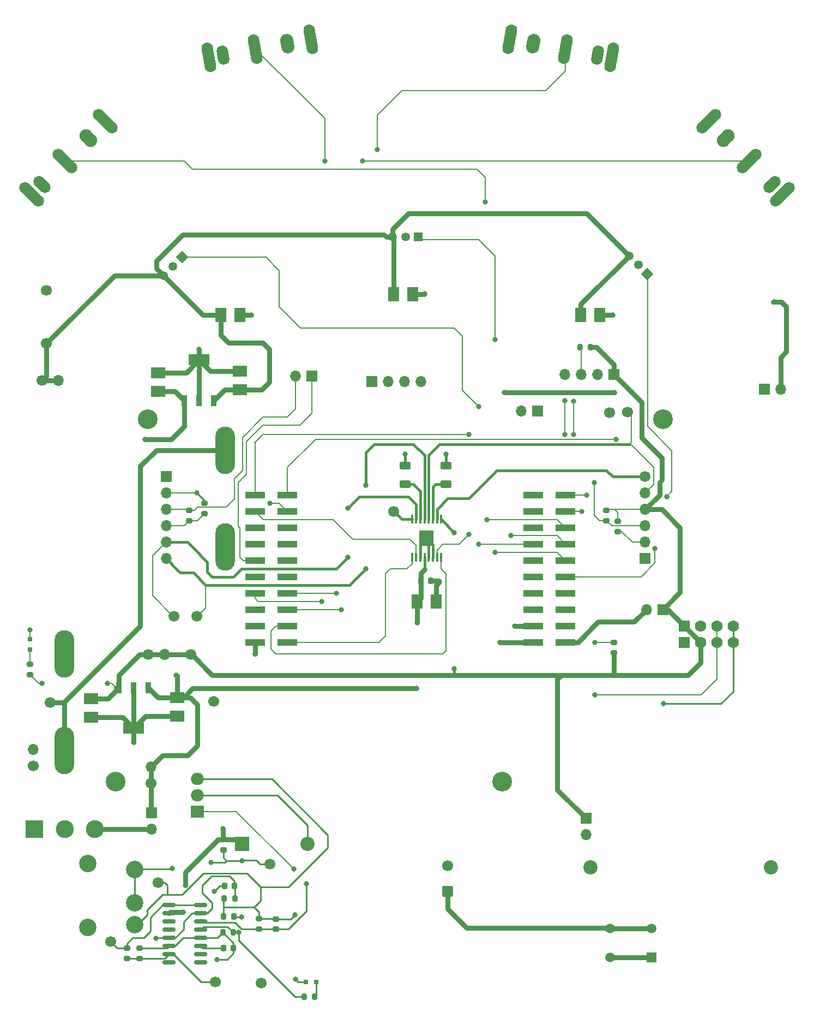
<source format=gtl>
G04 #@! TF.GenerationSoftware,KiCad,Pcbnew,8.0.7*
G04 #@! TF.CreationDate,2025-11-10T23:17:30-05:00*
G04 #@! TF.ProjectId,MotorBoardv3_2,4d6f746f-7242-46f6-9172-6476335f322e,V2.0.2b*
G04 #@! TF.SameCoordinates,Original*
G04 #@! TF.FileFunction,Copper,L1,Top*
G04 #@! TF.FilePolarity,Positive*
%FSLAX46Y46*%
G04 Gerber Fmt 4.6, Leading zero omitted, Abs format (unit mm)*
G04 Created by KiCad (PCBNEW 8.0.7) date 2025-11-10 23:17:30*
%MOMM*%
%LPD*%
G01*
G04 APERTURE LIST*
G04 Aperture macros list*
%AMRoundRect*
0 Rectangle with rounded corners*
0 $1 Rounding radius*
0 $2 $3 $4 $5 $6 $7 $8 $9 X,Y pos of 4 corners*
0 Add a 4 corners polygon primitive as box body*
4,1,4,$2,$3,$4,$5,$6,$7,$8,$9,$2,$3,0*
0 Add four circle primitives for the rounded corners*
1,1,$1+$1,$2,$3*
1,1,$1+$1,$4,$5*
1,1,$1+$1,$6,$7*
1,1,$1+$1,$8,$9*
0 Add four rect primitives between the rounded corners*
20,1,$1+$1,$2,$3,$4,$5,0*
20,1,$1+$1,$4,$5,$6,$7,0*
20,1,$1+$1,$6,$7,$8,$9,0*
20,1,$1+$1,$8,$9,$2,$3,0*%
%AMHorizOval*
0 Thick line with rounded ends*
0 $1 width*
0 $2 $3 position (X,Y) of the first rounded end (center of the circle)*
0 $4 $5 position (X,Y) of the second rounded end (center of the circle)*
0 Add line between two ends*
20,1,$1,$2,$3,$4,$5,0*
0 Add two circle primitives to create the rounded ends*
1,1,$1,$2,$3*
1,1,$1,$4,$5*%
%AMRotRect*
0 Rectangle, with rotation*
0 The origin of the aperture is its center*
0 $1 length*
0 $2 width*
0 $3 Rotation angle, in degrees counterclockwise*
0 Add horizontal line*
21,1,$1,$2,0,0,$3*%
G04 Aperture macros list end*
G04 #@! TA.AperFunction,SMDPad,CuDef*
%ADD10R,0.800000X0.800000*%
G04 #@! TD*
G04 #@! TA.AperFunction,ComponentPad*
%ADD11C,1.700000*%
G04 #@! TD*
G04 #@! TA.AperFunction,ComponentPad*
%ADD12R,1.700000X1.700000*%
G04 #@! TD*
G04 #@! TA.AperFunction,ComponentPad*
%ADD13O,1.700000X1.700000*%
G04 #@! TD*
G04 #@! TA.AperFunction,ComponentPad*
%ADD14HorizOval,2.032000X0.088213X-0.500282X-0.088213X0.500282X0*%
G04 #@! TD*
G04 #@! TA.AperFunction,ComponentPad*
%ADD15HorizOval,1.778000X0.110267X-0.625353X-0.110267X0.625353X0*%
G04 #@! TD*
G04 #@! TA.AperFunction,ComponentPad*
%ADD16HorizOval,1.778000X0.253613X-1.438312X-0.253613X1.438312X0*%
G04 #@! TD*
G04 #@! TA.AperFunction,SMDPad,CuDef*
%ADD17RoundRect,0.200000X-0.200000X-0.275000X0.200000X-0.275000X0.200000X0.275000X-0.200000X0.275000X0*%
G04 #@! TD*
G04 #@! TA.AperFunction,SMDPad,CuDef*
%ADD18RoundRect,0.225000X-0.225000X-0.250000X0.225000X-0.250000X0.225000X0.250000X-0.225000X0.250000X0*%
G04 #@! TD*
G04 #@! TA.AperFunction,SMDPad,CuDef*
%ADD19RoundRect,0.200000X0.200000X0.275000X-0.200000X0.275000X-0.200000X-0.275000X0.200000X-0.275000X0*%
G04 #@! TD*
G04 #@! TA.AperFunction,SMDPad,CuDef*
%ADD20RoundRect,0.200000X0.275000X-0.200000X0.275000X0.200000X-0.275000X0.200000X-0.275000X-0.200000X0*%
G04 #@! TD*
G04 #@! TA.AperFunction,ComponentPad*
%ADD21RoundRect,0.250000X0.600000X-0.600000X0.600000X0.600000X-0.600000X0.600000X-0.600000X-0.600000X0*%
G04 #@! TD*
G04 #@! TA.AperFunction,SMDPad,CuDef*
%ADD22R,2.300000X1.800000*%
G04 #@! TD*
G04 #@! TA.AperFunction,SMDPad,CuDef*
%ADD23RoundRect,0.225000X-0.250000X0.225000X-0.250000X-0.225000X0.250000X-0.225000X0.250000X0.225000X0*%
G04 #@! TD*
G04 #@! TA.AperFunction,ComponentPad*
%ADD24R,2.200000X2.200000*%
G04 #@! TD*
G04 #@! TA.AperFunction,ComponentPad*
%ADD25O,2.200000X2.200000*%
G04 #@! TD*
G04 #@! TA.AperFunction,SMDPad,CuDef*
%ADD26RoundRect,0.225000X0.225000X0.250000X-0.225000X0.250000X-0.225000X-0.250000X0.225000X-0.250000X0*%
G04 #@! TD*
G04 #@! TA.AperFunction,ComponentPad*
%ADD27RotRect,1.350000X1.350000X135.000000*%
G04 #@! TD*
G04 #@! TA.AperFunction,ComponentPad*
%ADD28C,1.350000*%
G04 #@! TD*
G04 #@! TA.AperFunction,SMDPad,CuDef*
%ADD29R,1.800000X2.300000*%
G04 #@! TD*
G04 #@! TA.AperFunction,ComponentPad*
%ADD30R,2.000000X1.905000*%
G04 #@! TD*
G04 #@! TA.AperFunction,ComponentPad*
%ADD31O,2.000000X1.905000*%
G04 #@! TD*
G04 #@! TA.AperFunction,ComponentPad*
%ADD32R,2.775000X2.775000*%
G04 #@! TD*
G04 #@! TA.AperFunction,ComponentPad*
%ADD33C,2.775000*%
G04 #@! TD*
G04 #@! TA.AperFunction,SMDPad,CuDef*
%ADD34RoundRect,0.200000X-0.275000X0.200000X-0.275000X-0.200000X0.275000X-0.200000X0.275000X0.200000X0*%
G04 #@! TD*
G04 #@! TA.AperFunction,ComponentPad*
%ADD35RotRect,1.350000X1.350000X225.000000*%
G04 #@! TD*
G04 #@! TA.AperFunction,ComponentPad*
%ADD36HorizOval,2.032000X0.359210X-0.359210X-0.359210X0.359210X0*%
G04 #@! TD*
G04 #@! TA.AperFunction,ComponentPad*
%ADD37HorizOval,1.778000X0.449013X-0.449013X-0.449013X0.449013X0*%
G04 #@! TD*
G04 #@! TA.AperFunction,ComponentPad*
%ADD38HorizOval,1.778000X1.032729X-1.032729X-1.032729X1.032729X0*%
G04 #@! TD*
G04 #@! TA.AperFunction,SMDPad,CuDef*
%ADD39R,3.150000X1.000000*%
G04 #@! TD*
G04 #@! TA.AperFunction,SMDPad,CuDef*
%ADD40R,0.450000X1.475000*%
G04 #@! TD*
G04 #@! TA.AperFunction,SMDPad,CuDef*
%ADD41R,2.310000X2.460000*%
G04 #@! TD*
G04 #@! TA.AperFunction,SMDPad,CuDef*
%ADD42RoundRect,0.150000X-0.825000X-0.150000X0.825000X-0.150000X0.825000X0.150000X-0.825000X0.150000X0*%
G04 #@! TD*
G04 #@! TA.AperFunction,ComponentPad*
%ADD43C,2.700000*%
G04 #@! TD*
G04 #@! TA.AperFunction,ComponentPad*
%ADD44C,3.048000*%
G04 #@! TD*
G04 #@! TA.AperFunction,ComponentPad*
%ADD45O,3.048000X7.366000*%
G04 #@! TD*
G04 #@! TA.AperFunction,ComponentPad*
%ADD46R,1.350000X1.350000*%
G04 #@! TD*
G04 #@! TA.AperFunction,SMDPad,CuDef*
%ADD47RoundRect,0.250000X0.625000X-0.312500X0.625000X0.312500X-0.625000X0.312500X-0.625000X-0.312500X0*%
G04 #@! TD*
G04 #@! TA.AperFunction,ComponentPad*
%ADD48R,1.778000X1.778000*%
G04 #@! TD*
G04 #@! TA.AperFunction,ComponentPad*
%ADD49C,1.778000*%
G04 #@! TD*
G04 #@! TA.AperFunction,ComponentPad*
%ADD50R,1.508000X1.508000*%
G04 #@! TD*
G04 #@! TA.AperFunction,ComponentPad*
%ADD51C,1.508000*%
G04 #@! TD*
G04 #@! TA.AperFunction,SMDPad,CuDef*
%ADD52R,0.950000X1.750000*%
G04 #@! TD*
G04 #@! TA.AperFunction,SMDPad,CuDef*
%ADD53R,3.200000X1.750000*%
G04 #@! TD*
G04 #@! TA.AperFunction,WasherPad*
%ADD54C,2.200000*%
G04 #@! TD*
G04 #@! TA.AperFunction,ComponentPad*
%ADD55HorizOval,2.032000X-0.359210X-0.359210X0.359210X0.359210X0*%
G04 #@! TD*
G04 #@! TA.AperFunction,ComponentPad*
%ADD56HorizOval,1.778000X-0.449013X-0.449013X0.449013X0.449013X0*%
G04 #@! TD*
G04 #@! TA.AperFunction,ComponentPad*
%ADD57HorizOval,1.778000X-1.032729X-1.032729X1.032729X1.032729X0*%
G04 #@! TD*
G04 #@! TA.AperFunction,ComponentPad*
%ADD58HorizOval,2.032000X-0.088213X-0.500282X0.088213X0.500282X0*%
G04 #@! TD*
G04 #@! TA.AperFunction,ComponentPad*
%ADD59HorizOval,1.778000X-0.110267X-0.625353X0.110267X0.625353X0*%
G04 #@! TD*
G04 #@! TA.AperFunction,ComponentPad*
%ADD60HorizOval,1.778000X-0.253613X-1.438312X0.253613X1.438312X0*%
G04 #@! TD*
G04 #@! TA.AperFunction,ViaPad*
%ADD61C,0.800000*%
G04 #@! TD*
G04 #@! TA.AperFunction,ViaPad*
%ADD62C,1.270000*%
G04 #@! TD*
G04 #@! TA.AperFunction,Conductor*
%ADD63C,0.250000*%
G04 #@! TD*
G04 #@! TA.AperFunction,Conductor*
%ADD64C,0.750000*%
G04 #@! TD*
G04 #@! TA.AperFunction,Conductor*
%ADD65C,0.400000*%
G04 #@! TD*
G04 #@! TA.AperFunction,Conductor*
%ADD66C,0.200000*%
G04 #@! TD*
G04 #@! TA.AperFunction,Conductor*
%ADD67C,0.150000*%
G04 #@! TD*
G04 #@! TA.AperFunction,Conductor*
%ADD68C,0.127000*%
G04 #@! TD*
G04 #@! TA.AperFunction,Conductor*
%ADD69C,0.450000*%
G04 #@! TD*
G04 #@! TA.AperFunction,Conductor*
%ADD70C,0.800000*%
G04 #@! TD*
G04 APERTURE END LIST*
D10*
X50165000Y-120142000D03*
X50165000Y-121792000D03*
D11*
X72517000Y-116586000D03*
D12*
X69088000Y-147066000D03*
D13*
X69088000Y-149606000D03*
D14*
X90131412Y-27752934D03*
D15*
X80125765Y-29517199D03*
D16*
X85128588Y-28635066D03*
X93794899Y-27106962D03*
X77939492Y-29902698D03*
D17*
X80315000Y-160360000D03*
X81965000Y-160360000D03*
D18*
X80230000Y-168090000D03*
X81780000Y-168090000D03*
D19*
X137212000Y-74830000D03*
X135562000Y-74830000D03*
D20*
X67210000Y-169685000D03*
X67210000Y-168035000D03*
D11*
X78740000Y-129794000D03*
D21*
X115035000Y-159260000D03*
D11*
X115035000Y-155260000D03*
D22*
X73025000Y-129180000D03*
X73025000Y-132080000D03*
D23*
X88334500Y-163570000D03*
X88334500Y-165120000D03*
D24*
X83075000Y-151920000D03*
D25*
X93235000Y-151920000D03*
D26*
X81905000Y-158440000D03*
X80355000Y-158440000D03*
D27*
X146050000Y-63500000D03*
D28*
X144635786Y-62085786D03*
X143221573Y-60671573D03*
D29*
X135710000Y-69850000D03*
X138610000Y-69850000D03*
D11*
X68961000Y-142499000D03*
D13*
X68961000Y-139959000D03*
D11*
X106680000Y-100330000D03*
D29*
X79830000Y-69850000D03*
X82730000Y-69850000D03*
D30*
X76182000Y-146870000D03*
D31*
X76182000Y-144330000D03*
X76182000Y-141790000D03*
D11*
X143006000Y-84914000D03*
D32*
X50863500Y-149606000D03*
D33*
X55563500Y-149606000D03*
X60263500Y-149606000D03*
D34*
X139700000Y-100140000D03*
X139700000Y-101790000D03*
D18*
X80265000Y-163120000D03*
X81815000Y-163120000D03*
D11*
X52705000Y-66040000D03*
X140187000Y-84980000D03*
D22*
X70104000Y-81714000D03*
X70104000Y-78814000D03*
D18*
X110845000Y-111125000D03*
X112395000Y-111125000D03*
D12*
X93980000Y-79375000D03*
D13*
X91440000Y-79375000D03*
D35*
X73768949Y-60914872D03*
D28*
X72354735Y-62329086D03*
X70940522Y-63743299D03*
D11*
X52705000Y-74295000D03*
D36*
X59200051Y-42399949D03*
D37*
X52015846Y-49584154D03*
D38*
X55607949Y-45992051D03*
X61830488Y-39769512D03*
X50446069Y-51153931D03*
D12*
X140827000Y-79060000D03*
D13*
X138287000Y-79060000D03*
X135747000Y-79060000D03*
X133207000Y-79060000D03*
D39*
X90170000Y-120650000D03*
X85120000Y-120650000D03*
X90170000Y-118110000D03*
X85120000Y-118110000D03*
X90170000Y-115570000D03*
X85120000Y-115570000D03*
X90170000Y-113030000D03*
X85120000Y-113030000D03*
X90170000Y-110490000D03*
X85120000Y-110490000D03*
X90170000Y-107950000D03*
X85120000Y-107950000D03*
X90170000Y-105410000D03*
X85120000Y-105410000D03*
X90170000Y-102870000D03*
X85120000Y-102870000D03*
X90170000Y-100330000D03*
X85120000Y-100330000D03*
X90170000Y-97790000D03*
X85120000Y-97790000D03*
D40*
X114035000Y-101557000D03*
X113385000Y-101557000D03*
X112735000Y-101557000D03*
X112085000Y-101557000D03*
X111435000Y-101557000D03*
X110785000Y-101557000D03*
X110135000Y-101557000D03*
X109485000Y-101557000D03*
X109485000Y-107433000D03*
X110135000Y-107433000D03*
X110785000Y-107433000D03*
X111435000Y-107433000D03*
X112085000Y-107433000D03*
X112735000Y-107433000D03*
X113385000Y-107433000D03*
X114035000Y-107433000D03*
D41*
X111760000Y-104495000D03*
D22*
X59690000Y-129360000D03*
X59690000Y-132260000D03*
D34*
X77227000Y-99035000D03*
X77227000Y-100685000D03*
D42*
X71735000Y-161415000D03*
X71735000Y-162685000D03*
X71735000Y-163955000D03*
X71735000Y-165225000D03*
X71735000Y-166495000D03*
X71735000Y-167765000D03*
X71735000Y-169035000D03*
X71735000Y-170305000D03*
X76685000Y-170305000D03*
X76685000Y-169035000D03*
X76685000Y-167765000D03*
X76685000Y-166495000D03*
X76685000Y-165225000D03*
X76685000Y-163955000D03*
X76685000Y-162685000D03*
X76685000Y-161415000D03*
D43*
X66437000Y-164470000D03*
X66437000Y-155870000D03*
X66437000Y-161070000D03*
X59137000Y-154970000D03*
X59137000Y-164870000D03*
D39*
X133350000Y-120650000D03*
X128300000Y-120650000D03*
X133350000Y-118110000D03*
X128300000Y-118110000D03*
X133350000Y-115570000D03*
X128300000Y-115570000D03*
X133350000Y-113030000D03*
X128300000Y-113030000D03*
X133350000Y-110490000D03*
X128300000Y-110490000D03*
X133350000Y-107950000D03*
X128300000Y-107950000D03*
X133350000Y-105410000D03*
X128300000Y-105410000D03*
X133350000Y-102870000D03*
X128300000Y-102870000D03*
X133350000Y-100330000D03*
X128300000Y-100330000D03*
X133350000Y-97790000D03*
X128300000Y-97790000D03*
D17*
X80110000Y-165650000D03*
X81760000Y-165650000D03*
D10*
X94662000Y-173294000D03*
X93012000Y-173294000D03*
D34*
X50165000Y-124016000D03*
X50165000Y-125666000D03*
D29*
X110310000Y-114300000D03*
X113210000Y-114300000D03*
D12*
X148463000Y-115570000D03*
D13*
X145923000Y-115570000D03*
D11*
X70057000Y-157920000D03*
X68580000Y-122555000D03*
D13*
X71120000Y-122555000D03*
D12*
X136525000Y-147955000D03*
D13*
X136525000Y-150495000D03*
D44*
X63500000Y-142250000D03*
X123500000Y-142250000D03*
X148500000Y-86050000D03*
X68500000Y-86050000D03*
D45*
X55500000Y-137450000D03*
X55500000Y-122450000D03*
X80500000Y-105850000D03*
X80500000Y-90850000D03*
D12*
X71297800Y-94950000D03*
D13*
X71297800Y-97490000D03*
X71297800Y-100030000D03*
X71297800Y-102570000D03*
X71297800Y-105110000D03*
X71297800Y-107650000D03*
D12*
X145702200Y-107650000D03*
D13*
X145702200Y-105110000D03*
X145702200Y-102570000D03*
X145702200Y-100030000D03*
X145702200Y-97490000D03*
D11*
X145702200Y-94950000D03*
D34*
X141427000Y-101835000D03*
X141427000Y-103485000D03*
D11*
X78987000Y-173320000D03*
X86087000Y-173460000D03*
D23*
X80190000Y-151245000D03*
X80190000Y-152795000D03*
D20*
X140843000Y-122300000D03*
X140843000Y-120650000D03*
D34*
X85749500Y-163460000D03*
X85749500Y-165110000D03*
D46*
X110490000Y-57785000D03*
D28*
X108490000Y-57785000D03*
X106490000Y-57785000D03*
D11*
X87427000Y-155030000D03*
D47*
X114808000Y-96143000D03*
X114808000Y-93218000D03*
D12*
X103227000Y-80160000D03*
D13*
X105767000Y-80160000D03*
X108307000Y-80160000D03*
X110847000Y-80160000D03*
D48*
X151765000Y-120650000D03*
D49*
X154305000Y-120650000D03*
X156845000Y-120650000D03*
X159385000Y-120650000D03*
D48*
X151765000Y-118110000D03*
D49*
X154305000Y-118110000D03*
X156845000Y-118110000D03*
X159385000Y-118110000D03*
D50*
X146727000Y-169550000D03*
D51*
X140227000Y-169550000D03*
X146727000Y-165050000D03*
X140227000Y-165050000D03*
D11*
X76073000Y-116586000D03*
D12*
X164211000Y-81407000D03*
D13*
X166751000Y-81407000D03*
D52*
X74140000Y-83135000D03*
X76440000Y-83135000D03*
X78740000Y-83135000D03*
D53*
X76440000Y-76835000D03*
D34*
X74930000Y-100140000D03*
X74930000Y-101790000D03*
D47*
X108458000Y-96143000D03*
X108458000Y-93218000D03*
D29*
X106680000Y-66675000D03*
X109580000Y-66675000D03*
D22*
X82804000Y-81460000D03*
X82804000Y-78560000D03*
D11*
X53340000Y-129940000D03*
D34*
X65210000Y-168035000D03*
X65210000Y-169685000D03*
D54*
X137207000Y-155560000D03*
X165207000Y-155560000D03*
D52*
X68580000Y-127660000D03*
X66280000Y-127660000D03*
X63980000Y-127660000D03*
D53*
X66280000Y-133960000D03*
D11*
X50673000Y-139827000D03*
D13*
X50673000Y-137287000D03*
D19*
X94408000Y-175580000D03*
X92758000Y-175580000D03*
D12*
X129032000Y-84770000D03*
D13*
X126492000Y-84770000D03*
D11*
X62707000Y-167030000D03*
X75184000Y-122555000D03*
X52070000Y-80010000D03*
D13*
X54610000Y-80010000D03*
D55*
X158223949Y-42399949D03*
D56*
X165408154Y-49584154D03*
D57*
X161816051Y-45992051D03*
X155593512Y-39769512D03*
X166977931Y-51153931D03*
D58*
X128333988Y-27752934D03*
D59*
X138339635Y-29517199D03*
D60*
X133336812Y-28635066D03*
X124670501Y-27106962D03*
X140525908Y-29902698D03*
D61*
X50165000Y-118745000D03*
X114808000Y-91440000D03*
X84582000Y-69850000D03*
X76440000Y-75198000D03*
X140716000Y-69850000D03*
X113792000Y-111252000D03*
X78760000Y-159300000D03*
X125476000Y-118110000D03*
D62*
X111760000Y-104495000D03*
D61*
X111506000Y-66548000D03*
X66294000Y-136144000D03*
X79180000Y-169850000D03*
X85120000Y-122398000D03*
X108458000Y-91440000D03*
X116078000Y-103600000D03*
X62230000Y-127000000D03*
X52070000Y-127000000D03*
X116078000Y-124714000D03*
X124887000Y-104100000D03*
X95504000Y-114300000D03*
X96012000Y-45974000D03*
X141177000Y-89130000D03*
X149027000Y-98060000D03*
X147227000Y-106060000D03*
X122428000Y-73660000D03*
X122428000Y-106680000D03*
X120904000Y-52324000D03*
X121158000Y-101600000D03*
X133247000Y-83150000D03*
X133267000Y-88410000D03*
X135890000Y-100330000D03*
X137922000Y-128778000D03*
X137922000Y-120650000D03*
X136652000Y-97790000D03*
X134617000Y-83200000D03*
X134597000Y-88390000D03*
X148590000Y-130175000D03*
X118364000Y-88392000D03*
X118364000Y-103886000D03*
X119888000Y-84074000D03*
X119888000Y-105410000D03*
X104140000Y-44196000D03*
X98552000Y-115570000D03*
X101854000Y-45974000D03*
X97790000Y-113030000D03*
X87427000Y-99040000D03*
X76073000Y-97490000D03*
X165710000Y-67818000D03*
X73990000Y-162460000D03*
X74340000Y-158310000D03*
X80175000Y-149555000D03*
X68072000Y-89154000D03*
X110310000Y-117602000D03*
X72898000Y-125730000D03*
X110236000Y-127762000D03*
X102362000Y-96266000D03*
X102362000Y-109220000D03*
X99568000Y-99822000D03*
X99568000Y-107442000D03*
X140970000Y-81915000D03*
X123825000Y-81915000D03*
X123190000Y-120650000D03*
X137795000Y-95885000D03*
X72230000Y-155720000D03*
X83000000Y-163210000D03*
X82640000Y-165650000D03*
X78270000Y-154790000D03*
X83100000Y-154530000D03*
X69687000Y-166510000D03*
X93057000Y-158100000D03*
X91147000Y-155830000D03*
X91297000Y-162880000D03*
X91424000Y-172913000D03*
D63*
X71465000Y-168035000D02*
X71735000Y-167765000D01*
D64*
X128300000Y-118110000D02*
X125476000Y-118110000D01*
X59690000Y-132260000D02*
X64580000Y-132260000D01*
D63*
X79180000Y-169850000D02*
X80800000Y-169850000D01*
D64*
X138610000Y-69850000D02*
X140716000Y-69850000D01*
D63*
X81780000Y-167320000D02*
X80110000Y-165650000D01*
D65*
X111353000Y-104902000D02*
X111760000Y-104495000D01*
X112085000Y-104820000D02*
X111760000Y-104495000D01*
D64*
X66280000Y-127660000D02*
X66280000Y-133960000D01*
X70104000Y-78814000D02*
X74461000Y-78814000D01*
D63*
X73979999Y-166495000D02*
X76685000Y-166495000D01*
D64*
X113665000Y-111125000D02*
X113792000Y-111252000D01*
X76440000Y-76835000D02*
X76440000Y-75198000D01*
X78165000Y-78560000D02*
X76440000Y-76835000D01*
D63*
X79265000Y-166495000D02*
X80110000Y-165650000D01*
D64*
X85120000Y-120650000D02*
X85120000Y-122398000D01*
X64580000Y-132260000D02*
X66280000Y-133960000D01*
D63*
X81780000Y-168090000D02*
X81780000Y-167320000D01*
X80355000Y-158440000D02*
X79620000Y-158440000D01*
X80800000Y-169850000D02*
X81780000Y-168870000D01*
D65*
X112735000Y-105470000D02*
X112735000Y-107433000D01*
D64*
X113210000Y-114300000D02*
X113210000Y-111834000D01*
X66280000Y-133960000D02*
X66280000Y-136130000D01*
D65*
X111760000Y-104495000D02*
X112735000Y-105470000D01*
D63*
X67210000Y-168035000D02*
X71465000Y-168035000D01*
D65*
X111252000Y-104902000D02*
X111353000Y-104902000D01*
D64*
X76454000Y-75184000D02*
X76440000Y-75198000D01*
D65*
X110785000Y-107433000D02*
X110785000Y-105470000D01*
X114808000Y-93218000D02*
X114808000Y-91440000D01*
D64*
X82730000Y-69850000D02*
X84582000Y-69850000D01*
X66280000Y-136130000D02*
X66294000Y-136144000D01*
D63*
X72709999Y-167765000D02*
X73979999Y-166495000D01*
D65*
X112085000Y-107433000D02*
X112085000Y-104820000D01*
D64*
X109580000Y-66675000D02*
X111379000Y-66675000D01*
D63*
X76685000Y-166495000D02*
X79265000Y-166495000D01*
D66*
X50165000Y-120142000D02*
X50165000Y-118745000D01*
D65*
X111252000Y-105003000D02*
X111252000Y-104902000D01*
D64*
X76440000Y-83135000D02*
X76440000Y-76835000D01*
D65*
X108458000Y-93218000D02*
X108458000Y-91440000D01*
D64*
X74461000Y-78814000D02*
X76440000Y-76835000D01*
X82804000Y-78560000D02*
X78165000Y-78560000D01*
X68160000Y-132080000D02*
X66280000Y-133960000D01*
D63*
X79620000Y-158440000D02*
X78760000Y-159300000D01*
D64*
X113210000Y-111834000D02*
X113792000Y-111252000D01*
X85090000Y-122428000D02*
X85120000Y-122398000D01*
D63*
X81780000Y-168870000D02*
X81780000Y-168090000D01*
D64*
X111379000Y-66675000D02*
X111506000Y-66548000D01*
D63*
X71735000Y-167765000D02*
X72709999Y-167765000D01*
D64*
X73025000Y-132080000D02*
X68160000Y-132080000D01*
D65*
X110785000Y-105470000D02*
X111252000Y-105003000D01*
D64*
X112395000Y-111125000D02*
X113665000Y-111125000D01*
X154305000Y-120650000D02*
X154305000Y-123825000D01*
X140827000Y-77530000D02*
X138127000Y-74830000D01*
X151130000Y-102870000D02*
X151130000Y-112903000D01*
X148255000Y-100030000D02*
X148272500Y-100012500D01*
X146297000Y-100030000D02*
X148255000Y-100030000D01*
D66*
X52070000Y-127000000D02*
X51499000Y-127000000D01*
D64*
X151130000Y-112903000D02*
X148463000Y-115570000D01*
D67*
X141427000Y-100530000D02*
X140927000Y-100030000D01*
D64*
X116332000Y-125730000D02*
X132715000Y-125730000D01*
X148307000Y-92040000D02*
X145147000Y-88880000D01*
X67183000Y-122555000D02*
X68580000Y-122555000D01*
X145147000Y-88880000D02*
X145147000Y-83380000D01*
D65*
X116078000Y-124714000D02*
X116078000Y-125476000D01*
D64*
X71120000Y-122555000D02*
X68580000Y-122555000D01*
D67*
X76122000Y-101790000D02*
X77227000Y-100685000D01*
D64*
X75311000Y-122555000D02*
X78486000Y-125730000D01*
X78486000Y-125730000D02*
X116332000Y-125730000D01*
X71120000Y-122555000D02*
X75311000Y-122555000D01*
X145147000Y-83380000D02*
X140827000Y-79060000D01*
X62280000Y-129360000D02*
X63980000Y-127660000D01*
X132080000Y-126365000D02*
X132715000Y-125730000D01*
X147919000Y-97813200D02*
X145702200Y-100030000D01*
D67*
X139810000Y-100030000D02*
X139700000Y-100140000D01*
D64*
X132080000Y-143510000D02*
X132080000Y-126365000D01*
D65*
X116078000Y-103600000D02*
X114035000Y-101557000D01*
D64*
X140843000Y-122300000D02*
X140843000Y-125603000D01*
X148463000Y-115570000D02*
X149225000Y-115570000D01*
X140843000Y-125603000D02*
X140970000Y-125730000D01*
X136525000Y-147955000D02*
X132080000Y-143510000D01*
D65*
X116078000Y-125476000D02*
X116332000Y-125730000D01*
D64*
X63980000Y-127660000D02*
X63980000Y-125758000D01*
X147919000Y-95818000D02*
X147919000Y-97813200D01*
D67*
X74150000Y-102570000D02*
X74930000Y-101790000D01*
D64*
X140827000Y-79060000D02*
X140827000Y-77530000D01*
X132715000Y-125730000D02*
X140970000Y-125730000D01*
X152400000Y-125730000D02*
X154305000Y-123825000D01*
D66*
X62865000Y-127000000D02*
X62230000Y-127000000D01*
X51499000Y-127000000D02*
X50165000Y-125666000D01*
D67*
X141427000Y-101835000D02*
X141427000Y-100530000D01*
D64*
X59690000Y-129360000D02*
X62280000Y-129360000D01*
D66*
X63525000Y-127660000D02*
X62865000Y-127000000D01*
D64*
X140970000Y-125730000D02*
X152400000Y-125730000D01*
X148272500Y-100012500D02*
X151130000Y-102870000D01*
X148307000Y-95430000D02*
X148307000Y-92040000D01*
X138127000Y-74830000D02*
X137212000Y-74830000D01*
D67*
X140927000Y-100030000D02*
X145702200Y-100030000D01*
D64*
X149225000Y-115570000D02*
X151765000Y-118110000D01*
D67*
X74930000Y-101790000D02*
X76122000Y-101790000D01*
D64*
X63980000Y-125758000D02*
X67183000Y-122555000D01*
X148307000Y-95430000D02*
X147919000Y-95818000D01*
D67*
X140927000Y-100030000D02*
X139810000Y-100030000D01*
D64*
X151765000Y-118110000D02*
X154305000Y-120650000D01*
X59690000Y-129360000D02*
X59690000Y-129032000D01*
D67*
X71297800Y-102570000D02*
X74150000Y-102570000D01*
D64*
X63980000Y-127660000D02*
X63525000Y-127660000D01*
D68*
X132040000Y-104100000D02*
X133350000Y-105410000D01*
X124887000Y-104100000D02*
X132040000Y-104100000D01*
D66*
X96012000Y-39370000D02*
X88900000Y-32258000D01*
X88900000Y-32258000D02*
X88751522Y-32258000D01*
X88751522Y-32258000D02*
X85128588Y-28635066D01*
X85598000Y-114300000D02*
X85120000Y-113822000D01*
X95504000Y-114300000D02*
X85598000Y-114300000D01*
X96012000Y-45974000D02*
X96012000Y-39370000D01*
X85120000Y-113822000D02*
X85120000Y-113030000D01*
D68*
X86360000Y-86995000D02*
X83820000Y-89535000D01*
X93980000Y-79375000D02*
X93980000Y-85090000D01*
X92075000Y-86995000D02*
X86360000Y-86995000D01*
D67*
X85120000Y-107950000D02*
X83312000Y-107950000D01*
D68*
X93980000Y-85090000D02*
X92075000Y-86995000D01*
X82550000Y-102616000D02*
X82804000Y-102870000D01*
D67*
X83312000Y-107950000D02*
X82804000Y-107442000D01*
D63*
X86360000Y-107950000D02*
X85090000Y-107950000D01*
D67*
X82804000Y-107442000D02*
X82804000Y-102870000D01*
D68*
X82550000Y-95885000D02*
X82550000Y-102616000D01*
X83820000Y-94615000D02*
X82550000Y-95885000D01*
X83820000Y-89535000D02*
X83820000Y-94615000D01*
D63*
X86360000Y-102870000D02*
X85090000Y-102870000D01*
D68*
X94517000Y-89130000D02*
X141177000Y-89130000D01*
X90170000Y-93477000D02*
X94517000Y-89130000D01*
D67*
X141427000Y-103485000D02*
X142062800Y-103485000D01*
D68*
X90170000Y-97790000D02*
X90170000Y-93477000D01*
D67*
X143687800Y-105110000D02*
X145702200Y-105110000D01*
X142062800Y-103485000D02*
X143687800Y-105110000D01*
D66*
X133350000Y-118110000D02*
X132080000Y-118110000D01*
X149860000Y-97227000D02*
X149860000Y-90932000D01*
X146087000Y-87159000D02*
X146087000Y-63537000D01*
X146087000Y-63537000D02*
X146050000Y-63500000D01*
X149027000Y-98060000D02*
X149860000Y-97227000D01*
X145062200Y-110490000D02*
X133350000Y-110490000D01*
X149860000Y-90932000D02*
X146087000Y-87159000D01*
X147227000Y-106060000D02*
X147227000Y-108325200D01*
X147227000Y-108325200D02*
X145062200Y-110490000D01*
X119888000Y-58166000D02*
X110871000Y-58166000D01*
X122428000Y-60706000D02*
X119888000Y-58166000D01*
X133350000Y-107950000D02*
X132080000Y-106680000D01*
X110871000Y-58166000D02*
X110490000Y-57785000D01*
X132080000Y-106680000D02*
X122428000Y-106680000D01*
X122428000Y-73660000D02*
X122428000Y-60706000D01*
X133350000Y-102870000D02*
X132080000Y-101600000D01*
X120904000Y-52324000D02*
X120904000Y-48514000D01*
X120904000Y-48514000D02*
X119634000Y-47244000D01*
X74149949Y-45992051D02*
X55607949Y-45992051D01*
X74168000Y-45974000D02*
X74149949Y-45992051D01*
X119634000Y-47244000D02*
X75438000Y-47244000D01*
X75438000Y-47244000D02*
X74168000Y-45974000D01*
X132080000Y-101600000D02*
X121158000Y-101600000D01*
X137922000Y-128778000D02*
X154432000Y-128778000D01*
X156845000Y-126365000D02*
X156845000Y-120650000D01*
X133350000Y-100330000D02*
X135890000Y-100330000D01*
X133267000Y-88410000D02*
X133267000Y-83170000D01*
X154432000Y-128778000D02*
X156845000Y-126365000D01*
X133267000Y-83170000D02*
X133247000Y-83150000D01*
X156845000Y-120650000D02*
X156845000Y-118110000D01*
X140843000Y-120650000D02*
X137922000Y-120650000D01*
D63*
X148590000Y-130175000D02*
X157480000Y-130175000D01*
X159385000Y-128270000D02*
X159385000Y-120650000D01*
X159385000Y-120650000D02*
X159385000Y-118110000D01*
D66*
X134597000Y-88390000D02*
X134617000Y-88370000D01*
X135747000Y-79060000D02*
X135747000Y-75015000D01*
X134617000Y-88370000D02*
X134617000Y-83200000D01*
D63*
X157480000Y-130175000D02*
X159385000Y-128270000D01*
D66*
X135747000Y-75015000D02*
X135562000Y-74830000D01*
X133350000Y-97790000D02*
X136652000Y-97790000D01*
X100330000Y-104648000D02*
X97282000Y-101600000D01*
X109220000Y-104648000D02*
X100330000Y-104648000D01*
X110135000Y-107433000D02*
X110135000Y-105563000D01*
X110135000Y-105563000D02*
X109220000Y-104648000D01*
X86390000Y-101600000D02*
X85120000Y-100330000D01*
X97282000Y-101600000D02*
X86390000Y-101600000D01*
X116840000Y-105410000D02*
X118364000Y-103886000D01*
X85090000Y-89662000D02*
X85120000Y-89692000D01*
X118364000Y-88392000D02*
X86360000Y-88392000D01*
X86360000Y-88392000D02*
X85090000Y-89662000D01*
X113385000Y-107433000D02*
X113385000Y-106325000D01*
X113385000Y-106325000D02*
X114300000Y-105410000D01*
X114300000Y-105410000D02*
X116840000Y-105410000D01*
X85120000Y-89692000D02*
X85120000Y-97790000D01*
X117348000Y-81534000D02*
X117348000Y-73152000D01*
X117348000Y-73152000D02*
X116078000Y-71882000D01*
X88900000Y-62992000D02*
X86822872Y-60914872D01*
X116078000Y-71882000D02*
X92202000Y-71882000D01*
X119888000Y-84074000D02*
X117348000Y-81534000D01*
X86822872Y-60914872D02*
X73768949Y-60914872D01*
X128300000Y-105410000D02*
X119888000Y-105410000D01*
X92202000Y-71882000D02*
X88900000Y-68580000D01*
X88900000Y-68580000D02*
X88900000Y-62992000D01*
X109485000Y-107433000D02*
X109485000Y-108447000D01*
X109485000Y-108447000D02*
X108712000Y-109220000D01*
X105410000Y-119634000D02*
X104394000Y-120650000D01*
X106172000Y-109220000D02*
X105410000Y-109982000D01*
X105410000Y-109982000D02*
X105410000Y-119634000D01*
X104394000Y-120650000D02*
X90170000Y-120650000D01*
X108712000Y-109220000D02*
X106172000Y-109220000D01*
X114808000Y-121920000D02*
X114300000Y-122428000D01*
X114300000Y-122428000D02*
X88392000Y-122428000D01*
X114035000Y-107433000D02*
X114035000Y-109209000D01*
X88392000Y-122428000D02*
X87630000Y-121666000D01*
X88392000Y-118110000D02*
X90170000Y-118110000D01*
X114035000Y-109209000D02*
X114808000Y-109982000D01*
X114808000Y-109982000D02*
X114808000Y-121920000D01*
X87630000Y-121666000D02*
X87630000Y-118872000D01*
X87630000Y-118872000D02*
X88392000Y-118110000D01*
X107950000Y-35052000D02*
X130302000Y-35052000D01*
X90170000Y-115570000D02*
X98552000Y-115570000D01*
X133336812Y-32017188D02*
X133336812Y-28635066D01*
X104140000Y-44196000D02*
X104140000Y-38862000D01*
X104140000Y-38862000D02*
X107950000Y-35052000D01*
X130302000Y-35052000D02*
X133336812Y-32017188D01*
X101872051Y-45992051D02*
X161816051Y-45992051D01*
X90170000Y-113030000D02*
X97790000Y-113030000D01*
X101854000Y-45974000D02*
X101872051Y-45992051D01*
X88880000Y-99040000D02*
X90170000Y-100330000D01*
X87427000Y-99040000D02*
X88880000Y-99040000D01*
D63*
X77227000Y-98644000D02*
X76073000Y-97490000D01*
X77227000Y-99035000D02*
X77227000Y-98644000D01*
D66*
X71297800Y-97490000D02*
X76073000Y-97490000D01*
D64*
X79830000Y-72972000D02*
X79830000Y-69850000D01*
X86360000Y-74168000D02*
X81026000Y-74168000D01*
X106680000Y-66675000D02*
X106680000Y-57975000D01*
X135710000Y-69850000D02*
X135710000Y-68183146D01*
X82804000Y-81460000D02*
X80415000Y-81460000D01*
X106490000Y-56578000D02*
X108966000Y-54102000D01*
X166878000Y-67818000D02*
X165710000Y-67818000D01*
X52705000Y-74295000D02*
X52705000Y-79375000D01*
X105537000Y-57785000D02*
X106490000Y-57785000D01*
X105156000Y-57404000D02*
X105537000Y-57785000D01*
X70940522Y-63743299D02*
X69850000Y-62652777D01*
X73914000Y-57404000D02*
X105156000Y-57404000D01*
X86180000Y-81460000D02*
X87376000Y-80264000D01*
X69850000Y-62652777D02*
X69850000Y-61468000D01*
X167640000Y-75565000D02*
X167640000Y-68580000D01*
X69850000Y-61468000D02*
X73914000Y-57404000D01*
X52705000Y-79375000D02*
X52070000Y-80010000D01*
X87376000Y-80264000D02*
X87376000Y-75184000D01*
X166751000Y-76454000D02*
X167640000Y-75565000D01*
X80415000Y-81460000D02*
X78740000Y-83135000D01*
X87376000Y-75184000D02*
X86360000Y-74168000D01*
X106490000Y-57785000D02*
X106490000Y-56578000D01*
X108966000Y-54102000D02*
X136652000Y-54102000D01*
X167640000Y-68580000D02*
X166878000Y-67818000D01*
X165710000Y-67818000D02*
X165608000Y-67818000D01*
X70940522Y-63743299D02*
X63256701Y-63743299D01*
X166751000Y-81407000D02*
X166751000Y-76454000D01*
X136652000Y-54102000D02*
X143221573Y-60671573D01*
X54610000Y-80010000D02*
X52070000Y-80010000D01*
X82804000Y-81460000D02*
X86180000Y-81460000D01*
X81026000Y-74168000D02*
X79830000Y-72972000D01*
X63256701Y-63743299D02*
X52705000Y-74295000D01*
X135710000Y-68183146D02*
X143221573Y-60671573D01*
X79830000Y-69850000D02*
X77047223Y-69850000D01*
X106680000Y-57975000D02*
X106490000Y-57785000D01*
X77047223Y-69850000D02*
X70940522Y-63743299D01*
X80190000Y-151245000D02*
X79395000Y-151245000D01*
X77710000Y-152930000D02*
X74340000Y-156300000D01*
X79395000Y-151245000D02*
X77710000Y-152930000D01*
X80175000Y-149555000D02*
X80175000Y-151230000D01*
X80190000Y-151245000D02*
X82400000Y-151245000D01*
X80175000Y-151230000D02*
X80190000Y-151245000D01*
X71960000Y-162460000D02*
X71735000Y-162685000D01*
X73990000Y-162460000D02*
X71960000Y-162460000D01*
X82400000Y-151245000D02*
X83075000Y-151920000D01*
X74340000Y-158310000D02*
X74340000Y-158350000D01*
X74340000Y-156300000D02*
X74340000Y-158310000D01*
D65*
X122682000Y-93980000D02*
X139700000Y-93980000D01*
X139700000Y-93980000D02*
X140670000Y-94950000D01*
X113385000Y-101557000D02*
X113385000Y-99975000D01*
X118364000Y-98298000D02*
X122682000Y-93980000D01*
X140670000Y-94950000D02*
X145702200Y-94950000D01*
X113385000Y-99975000D02*
X115062000Y-98298000D01*
X115062000Y-98298000D02*
X118364000Y-98298000D01*
D64*
X69805000Y-90850000D02*
X80500000Y-90850000D01*
X55500000Y-129920000D02*
X67310000Y-118110000D01*
X55480000Y-129940000D02*
X55500000Y-129920000D01*
X55500000Y-137450000D02*
X55500000Y-129920000D01*
X67310000Y-93345000D02*
X69805000Y-90850000D01*
X53340000Y-129940000D02*
X55480000Y-129940000D01*
X67310000Y-118110000D02*
X67310000Y-93345000D01*
X110845000Y-113765000D02*
X110310000Y-114300000D01*
X70100000Y-129180000D02*
X68580000Y-127660000D01*
X76200000Y-136652000D02*
X74676000Y-138176000D01*
X75078000Y-129180000D02*
X76200000Y-130302000D01*
X75438000Y-127762000D02*
X110236000Y-127762000D01*
X73025000Y-129180000D02*
X75078000Y-129180000D01*
X74676000Y-138176000D02*
X70744000Y-138176000D01*
X74020000Y-129180000D02*
X75438000Y-127762000D01*
X68961000Y-139959000D02*
X68961000Y-142499000D01*
X72136000Y-89154000D02*
X74140000Y-87150000D01*
D69*
X111435000Y-107433000D02*
X111435000Y-109291000D01*
D64*
X68961000Y-146939000D02*
X69088000Y-147066000D01*
X73025000Y-129180000D02*
X73025000Y-125857000D01*
X73025000Y-129180000D02*
X74020000Y-129180000D01*
X110310000Y-117602000D02*
X110310000Y-114300000D01*
X73025000Y-129180000D02*
X70100000Y-129180000D01*
X72719000Y-81714000D02*
X74140000Y-83135000D01*
X73025000Y-125857000D02*
X72898000Y-125730000D01*
X111435000Y-109291000D02*
X110845000Y-109881000D01*
X110845000Y-109881000D02*
X110845000Y-111125000D01*
D70*
X140227000Y-169550000D02*
X146727000Y-169550000D01*
D64*
X70104000Y-81714000D02*
X72719000Y-81714000D01*
X68961000Y-142499000D02*
X68961000Y-146939000D01*
X70744000Y-138176000D02*
X68961000Y-139959000D01*
X110845000Y-111125000D02*
X110845000Y-113765000D01*
X76200000Y-130302000D02*
X76200000Y-136652000D01*
X68072000Y-89154000D02*
X72136000Y-89154000D01*
X74140000Y-87150000D02*
X74140000Y-83135000D01*
D66*
X147027000Y-93460000D02*
X147027000Y-96165200D01*
X143483000Y-89916000D02*
X147027000Y-93460000D01*
D65*
X113792000Y-89916000D02*
X143256000Y-89916000D01*
D66*
X143256000Y-89916000D02*
X143483000Y-89916000D01*
X143256000Y-89916000D02*
X143567000Y-89605000D01*
X143567000Y-89605000D02*
X143567000Y-85475000D01*
X147027000Y-96165200D02*
X145702200Y-97490000D01*
D65*
X112085000Y-91623000D02*
X113792000Y-89916000D01*
D66*
X143567000Y-85475000D02*
X143006000Y-84914000D01*
D65*
X112085000Y-101557000D02*
X112085000Y-91623000D01*
X73152000Y-109474000D02*
X73533000Y-109855000D01*
X111435000Y-101557000D02*
X111435000Y-91623000D01*
X109728000Y-89916000D02*
X103632000Y-89916000D01*
X99822000Y-111760000D02*
X77470000Y-111760000D01*
D66*
X77470000Y-115316000D02*
X77470000Y-111760000D01*
D65*
X73121800Y-109474000D02*
X73152000Y-109474000D01*
X111435000Y-91623000D02*
X109728000Y-89916000D01*
X77470000Y-111760000D02*
X75565000Y-109855000D01*
X73533000Y-109855000D02*
X75565000Y-109855000D01*
X102362000Y-91186000D02*
X102362000Y-96266000D01*
D66*
X76200000Y-116586000D02*
X77470000Y-115316000D01*
D65*
X103632000Y-89916000D02*
X102362000Y-91186000D01*
X71297800Y-107650000D02*
X73121800Y-109474000D01*
X102362000Y-109220000D02*
X99822000Y-111760000D01*
X71297800Y-105110000D02*
X74630000Y-105110000D01*
X81788000Y-110490000D02*
X78486000Y-110490000D01*
X83058000Y-109220000D02*
X81788000Y-110490000D01*
X78486000Y-110490000D02*
X77724000Y-109728000D01*
X74630000Y-105110000D02*
X75565000Y-106045000D01*
X108966000Y-98044000D02*
X101346000Y-98044000D01*
X110135000Y-101557000D02*
X110135000Y-99213000D01*
X77724000Y-108204000D02*
X75565000Y-106045000D01*
X77724000Y-109728000D02*
X77724000Y-108204000D01*
X101346000Y-98044000D02*
X99568000Y-99822000D01*
D66*
X69215000Y-113411000D02*
X69215000Y-107192800D01*
D65*
X110135000Y-99213000D02*
X108966000Y-98044000D01*
D66*
X72390000Y-116586000D02*
X69215000Y-113411000D01*
X69215000Y-107192800D02*
X71297800Y-105110000D01*
D65*
X99568000Y-107442000D02*
X97790000Y-109220000D01*
X97790000Y-109220000D02*
X83058000Y-109220000D01*
D64*
X135255000Y-120650000D02*
X138430000Y-117475000D01*
X133350000Y-120650000D02*
X135255000Y-120650000D01*
X144018000Y-117475000D02*
X145923000Y-115570000D01*
X138430000Y-117475000D02*
X144018000Y-117475000D01*
D63*
X132100000Y-115570000D02*
X133350000Y-115570000D01*
D66*
X50165000Y-121792000D02*
X50165000Y-124016000D01*
D65*
X112735000Y-101557000D02*
X112735000Y-96565000D01*
X112735000Y-96565000D02*
X113157000Y-96143000D01*
X113157000Y-96143000D02*
X114808000Y-96143000D01*
X110785000Y-101557000D02*
X110785000Y-97200000D01*
X109728000Y-96143000D02*
X108458000Y-96143000D01*
X110785000Y-97200000D02*
X109728000Y-96143000D01*
X107907000Y-101557000D02*
X106680000Y-100330000D01*
X109485000Y-101557000D02*
X107907000Y-101557000D01*
D64*
X123825000Y-81915000D02*
X140970000Y-81915000D01*
X128300000Y-120650000D02*
X123190000Y-120650000D01*
X69088000Y-149606000D02*
X60263500Y-149606000D01*
D67*
X139700000Y-101790000D02*
X140480000Y-102570000D01*
X139700000Y-101790000D02*
X138620000Y-101790000D01*
X138620000Y-101790000D02*
X137795000Y-100965000D01*
X137795000Y-100965000D02*
X137795000Y-95885000D01*
X140480000Y-102570000D02*
X145702200Y-102570000D01*
X80645000Y-99695000D02*
X81915000Y-98425000D01*
X81915000Y-95250000D02*
X83185000Y-93980000D01*
X74820000Y-100030000D02*
X74930000Y-100140000D01*
X76200000Y-99695000D02*
X80645000Y-99695000D01*
X90170000Y-85725000D02*
X91440000Y-84455000D01*
X75755000Y-100140000D02*
X76200000Y-99695000D01*
X86360000Y-85725000D02*
X90170000Y-85725000D01*
X81915000Y-98425000D02*
X81915000Y-95250000D01*
X83185000Y-93980000D02*
X83185000Y-88900000D01*
X91440000Y-84455000D02*
X91440000Y-79375000D01*
X83185000Y-88900000D02*
X86360000Y-85725000D01*
X74930000Y-100140000D02*
X75755000Y-100140000D01*
X71297800Y-100030000D02*
X74820000Y-100030000D01*
D63*
X66437000Y-155870000D02*
X66437000Y-161070000D01*
X80670000Y-154530000D02*
X83100000Y-154530000D01*
X80840000Y-164730000D02*
X81760000Y-165650000D01*
X81760000Y-165650000D02*
X82640000Y-165650000D01*
X85337000Y-154470000D02*
X83160000Y-154470000D01*
X77180000Y-164730000D02*
X80840000Y-164730000D01*
X82640000Y-165650000D02*
X82640000Y-166923000D01*
X87427000Y-155030000D02*
X85897000Y-155030000D01*
X91297000Y-175580000D02*
X92758000Y-175580000D01*
X78270000Y-154790000D02*
X80410000Y-154790000D01*
X83160000Y-154470000D02*
X83100000Y-154530000D01*
X83000000Y-163210000D02*
X81905000Y-163210000D01*
X76685000Y-165225000D02*
X77180000Y-164730000D01*
X80410000Y-154790000D02*
X80670000Y-154530000D01*
X82640000Y-166923000D02*
X91297000Y-175580000D01*
X66870000Y-155819999D02*
X72130001Y-155819999D01*
X80190000Y-154050000D02*
X80670000Y-154530000D01*
X85897000Y-155030000D02*
X85337000Y-154470000D01*
X80190000Y-152795000D02*
X80190000Y-154050000D01*
X72130001Y-155819999D02*
X72230000Y-155720000D01*
X81905000Y-163210000D02*
X81815000Y-163120000D01*
X81905000Y-157615000D02*
X81905000Y-158440000D01*
X81965000Y-160360000D02*
X81965000Y-158500000D01*
X76685000Y-162685000D02*
X77075000Y-162685000D01*
X77075000Y-162685000D02*
X77100000Y-162660000D01*
X71735000Y-166495000D02*
X69702000Y-166495000D01*
X74020000Y-165184999D02*
X74020000Y-163980000D01*
X78420000Y-161924999D02*
X78420000Y-161030000D01*
X76685000Y-162685000D02*
X77659999Y-162685000D01*
X74020000Y-163980000D02*
X75315000Y-162685000D01*
X76910000Y-158340000D02*
X78360000Y-156890000D01*
X81180000Y-156890000D02*
X81905000Y-157615000D01*
X72709999Y-166495000D02*
X74020000Y-165184999D01*
X76910000Y-159520000D02*
X76910000Y-158340000D01*
X78420000Y-161030000D02*
X76910000Y-159520000D01*
X81965000Y-158500000D02*
X81905000Y-158440000D01*
X69702000Y-166495000D02*
X69687000Y-166510000D01*
X71735000Y-166495000D02*
X72709999Y-166495000D01*
X78360000Y-156890000D02*
X81180000Y-156890000D01*
X71660000Y-166570000D02*
X71735000Y-166495000D01*
X75315000Y-162685000D02*
X76685000Y-162685000D01*
X77659999Y-162685000D02*
X78420000Y-161924999D01*
X85749500Y-165110000D02*
X83060000Y-165110000D01*
X85759500Y-165120000D02*
X85749500Y-165110000D01*
X76685000Y-163955000D02*
X76790000Y-164060000D01*
X91207000Y-164180000D02*
X93057000Y-162330000D01*
X88334500Y-165120000D02*
X85759500Y-165120000D01*
X88334500Y-165120000D02*
X90267000Y-165120000D01*
X93057000Y-158100000D02*
X93057000Y-158030000D01*
X93057000Y-162330000D02*
X93057000Y-158100000D01*
X82010000Y-164060000D02*
X82683500Y-164733500D01*
X76790000Y-164060000D02*
X82010000Y-164060000D01*
D66*
X76182000Y-146870000D02*
X82187000Y-146870000D01*
X82187000Y-146870000D02*
X91147000Y-155830000D01*
D63*
X90267000Y-165120000D02*
X91207000Y-164180000D01*
D66*
X91147000Y-155830000D02*
X91227000Y-155910000D01*
D63*
X83060000Y-165110000D02*
X82683500Y-164733500D01*
X76795000Y-167765000D02*
X76840000Y-167720000D01*
X76685000Y-167765000D02*
X77025000Y-167765000D01*
X77010000Y-168090000D02*
X76685000Y-167765000D01*
X77025000Y-167765000D02*
X77200000Y-167940000D01*
X80230000Y-168090000D02*
X77010000Y-168090000D01*
X76685000Y-167765000D02*
X76795000Y-167765000D01*
X93235000Y-151920000D02*
X93235000Y-148978000D01*
X88587000Y-144330000D02*
X76182000Y-144330000D01*
X93235000Y-148978000D02*
X88587000Y-144330000D01*
X70760001Y-161415000D02*
X71735000Y-161415000D01*
X68880000Y-163295001D02*
X70760001Y-161415000D01*
X65210000Y-168035000D02*
X63712000Y-168035000D01*
X66090000Y-166470000D02*
X67830000Y-166470000D01*
X67830000Y-166470000D02*
X68880000Y-165420000D01*
X65210000Y-168035000D02*
X65210000Y-167350000D01*
X65210000Y-167350000D02*
X66090000Y-166470000D01*
X63712000Y-168035000D02*
X62707000Y-167030000D01*
X71735000Y-161415000D02*
X76685000Y-161415000D01*
X68880000Y-165420000D02*
X68880000Y-163295001D01*
X72472000Y-169035000D02*
X76767000Y-173330000D01*
X76937000Y-173320000D02*
X78987000Y-173320000D01*
X76927000Y-173330000D02*
X76937000Y-173320000D01*
X67210000Y-169685000D02*
X71085000Y-169685000D01*
X76767000Y-173330000D02*
X76927000Y-173330000D01*
X79047000Y-173640000D02*
X79167000Y-173640000D01*
X79217000Y-173690000D02*
X79167000Y-173640000D01*
X67210000Y-169685000D02*
X65210000Y-169685000D01*
X71085000Y-169685000D02*
X71735000Y-169035000D01*
X71735000Y-169035000D02*
X72472000Y-169035000D01*
D70*
X140155000Y-164978000D02*
X140227000Y-165050000D01*
X115035000Y-159260000D02*
X115035000Y-161988000D01*
X140227000Y-165050000D02*
X146727000Y-165050000D01*
X115035000Y-161988000D02*
X118025000Y-164978000D01*
X118025000Y-164978000D02*
X140155000Y-164978000D01*
D63*
X128333988Y-27752934D02*
X127447934Y-27752934D01*
X73809239Y-159800000D02*
X77119239Y-156490000D01*
X91805000Y-173294000D02*
X91424000Y-172913000D01*
X80265000Y-160410000D02*
X80315000Y-160360000D01*
X93012000Y-173294000D02*
X91805000Y-173294000D01*
X83905000Y-156490000D02*
X86021000Y-158606000D01*
X96427000Y-152490000D02*
X96427000Y-150550000D01*
X71047000Y-157920000D02*
X71487000Y-158360000D01*
X70760000Y-159800000D02*
X71467000Y-159800000D01*
X80265000Y-163120000D02*
X80265000Y-161730000D01*
X85734500Y-163475000D02*
X85749500Y-163460000D01*
X85749500Y-163460000D02*
X85749500Y-162512500D01*
X68402300Y-162157700D02*
X70760000Y-159800000D01*
X90607000Y-163570000D02*
X91297000Y-162880000D01*
X70057000Y-157920000D02*
X71047000Y-157920000D01*
X85749500Y-163460000D02*
X88224500Y-163460000D01*
X86021000Y-158606000D02*
X86021000Y-160676000D01*
X86021000Y-158606000D02*
X90311000Y-158606000D01*
X86021000Y-160676000D02*
X84967000Y-161730000D01*
X91424000Y-172913000D02*
X91297000Y-172786000D01*
X66870000Y-164420000D02*
X68402300Y-162887700D01*
X85749500Y-162512500D02*
X84967000Y-161730000D01*
X68402300Y-162887700D02*
X68402300Y-162157700D01*
X87667000Y-141790000D02*
X87727000Y-141850000D01*
X71487000Y-158360000D02*
X71487000Y-159780000D01*
X77119239Y-156490000D02*
X83905000Y-156490000D01*
X84967000Y-161730000D02*
X80265000Y-161730000D01*
X80265000Y-161730000D02*
X80265000Y-160410000D01*
X76182000Y-141790000D02*
X87667000Y-141790000D01*
X96427000Y-150550000D02*
X87727000Y-141850000D01*
X88224500Y-163460000D02*
X88334500Y-163570000D01*
X71467000Y-159800000D02*
X73809239Y-159800000D01*
X90311000Y-158606000D02*
X96427000Y-152490000D01*
X71487000Y-159780000D02*
X71467000Y-159800000D01*
X88334500Y-163570000D02*
X90607000Y-163570000D01*
X94662000Y-175326000D02*
X94408000Y-175580000D01*
X94662000Y-173294000D02*
X94662000Y-175326000D01*
M02*

</source>
